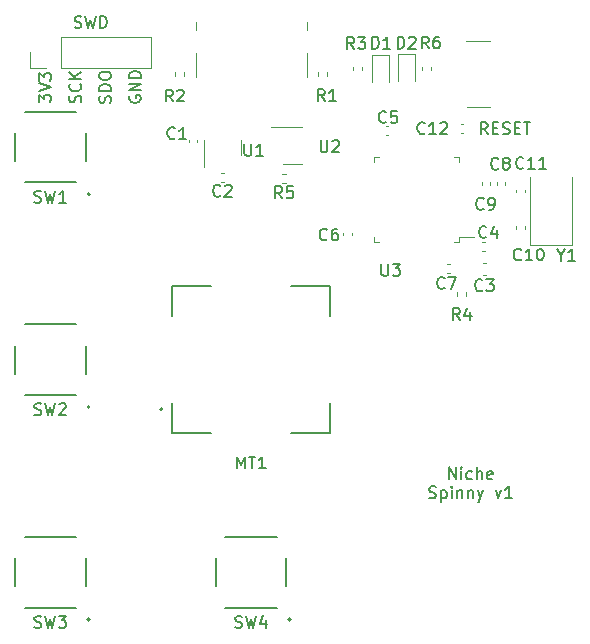
<source format=gto>
G04 #@! TF.GenerationSoftware,KiCad,Pcbnew,(6.0.6-0)*
G04 #@! TF.CreationDate,2022-07-24T17:39:20+01:00*
G04 #@! TF.ProjectId,Spinny,5370696e-6e79-42e6-9b69-6361645f7063,rev?*
G04 #@! TF.SameCoordinates,Original*
G04 #@! TF.FileFunction,Legend,Top*
G04 #@! TF.FilePolarity,Positive*
%FSLAX46Y46*%
G04 Gerber Fmt 4.6, Leading zero omitted, Abs format (unit mm)*
G04 Created by KiCad (PCBNEW (6.0.6-0)) date 2022-07-24 17:39:20*
%MOMM*%
%LPD*%
G01*
G04 APERTURE LIST*
%ADD10C,0.150000*%
%ADD11C,0.127000*%
%ADD12C,0.200000*%
%ADD13C,0.120000*%
G04 APERTURE END LIST*
D10*
X135072857Y-71874761D02*
X135215714Y-71922380D01*
X135453809Y-71922380D01*
X135549047Y-71874761D01*
X135596666Y-71827142D01*
X135644285Y-71731904D01*
X135644285Y-71636666D01*
X135596666Y-71541428D01*
X135549047Y-71493809D01*
X135453809Y-71446190D01*
X135263333Y-71398571D01*
X135168095Y-71350952D01*
X135120476Y-71303333D01*
X135072857Y-71208095D01*
X135072857Y-71112857D01*
X135120476Y-71017619D01*
X135168095Y-70970000D01*
X135263333Y-70922380D01*
X135501428Y-70922380D01*
X135644285Y-70970000D01*
X135977619Y-70922380D02*
X136215714Y-71922380D01*
X136406190Y-71208095D01*
X136596666Y-71922380D01*
X136834761Y-70922380D01*
X137215714Y-71922380D02*
X137215714Y-70922380D01*
X137453809Y-70922380D01*
X137596666Y-70970000D01*
X137691904Y-71065238D01*
X137739523Y-71160476D01*
X137787142Y-71350952D01*
X137787142Y-71493809D01*
X137739523Y-71684285D01*
X137691904Y-71779523D01*
X137596666Y-71874761D01*
X137453809Y-71922380D01*
X137215714Y-71922380D01*
X139730000Y-77671904D02*
X139682380Y-77767142D01*
X139682380Y-77910000D01*
X139730000Y-78052857D01*
X139825238Y-78148095D01*
X139920476Y-78195714D01*
X140110952Y-78243333D01*
X140253809Y-78243333D01*
X140444285Y-78195714D01*
X140539523Y-78148095D01*
X140634761Y-78052857D01*
X140682380Y-77910000D01*
X140682380Y-77814761D01*
X140634761Y-77671904D01*
X140587142Y-77624285D01*
X140253809Y-77624285D01*
X140253809Y-77814761D01*
X140682380Y-77195714D02*
X139682380Y-77195714D01*
X140682380Y-76624285D01*
X139682380Y-76624285D01*
X140682380Y-76148095D02*
X139682380Y-76148095D01*
X139682380Y-75910000D01*
X139730000Y-75767142D01*
X139825238Y-75671904D01*
X139920476Y-75624285D01*
X140110952Y-75576666D01*
X140253809Y-75576666D01*
X140444285Y-75624285D01*
X140539523Y-75671904D01*
X140634761Y-75767142D01*
X140682380Y-75910000D01*
X140682380Y-76148095D01*
X132052380Y-78178095D02*
X132052380Y-77559047D01*
X132433333Y-77892380D01*
X132433333Y-77749523D01*
X132480952Y-77654285D01*
X132528571Y-77606666D01*
X132623809Y-77559047D01*
X132861904Y-77559047D01*
X132957142Y-77606666D01*
X133004761Y-77654285D01*
X133052380Y-77749523D01*
X133052380Y-78035238D01*
X133004761Y-78130476D01*
X132957142Y-78178095D01*
X132052380Y-77273333D02*
X133052380Y-76940000D01*
X132052380Y-76606666D01*
X132052380Y-76368571D02*
X132052380Y-75749523D01*
X132433333Y-76082857D01*
X132433333Y-75940000D01*
X132480952Y-75844761D01*
X132528571Y-75797142D01*
X132623809Y-75749523D01*
X132861904Y-75749523D01*
X132957142Y-75797142D01*
X133004761Y-75844761D01*
X133052380Y-75940000D01*
X133052380Y-76225714D01*
X133004761Y-76320952D01*
X132957142Y-76368571D01*
X135564761Y-78225714D02*
X135612380Y-78082857D01*
X135612380Y-77844761D01*
X135564761Y-77749523D01*
X135517142Y-77701904D01*
X135421904Y-77654285D01*
X135326666Y-77654285D01*
X135231428Y-77701904D01*
X135183809Y-77749523D01*
X135136190Y-77844761D01*
X135088571Y-78035238D01*
X135040952Y-78130476D01*
X134993333Y-78178095D01*
X134898095Y-78225714D01*
X134802857Y-78225714D01*
X134707619Y-78178095D01*
X134660000Y-78130476D01*
X134612380Y-78035238D01*
X134612380Y-77797142D01*
X134660000Y-77654285D01*
X135517142Y-76654285D02*
X135564761Y-76701904D01*
X135612380Y-76844761D01*
X135612380Y-76940000D01*
X135564761Y-77082857D01*
X135469523Y-77178095D01*
X135374285Y-77225714D01*
X135183809Y-77273333D01*
X135040952Y-77273333D01*
X134850476Y-77225714D01*
X134755238Y-77178095D01*
X134660000Y-77082857D01*
X134612380Y-76940000D01*
X134612380Y-76844761D01*
X134660000Y-76701904D01*
X134707619Y-76654285D01*
X135612380Y-76225714D02*
X134612380Y-76225714D01*
X135612380Y-75654285D02*
X135040952Y-76082857D01*
X134612380Y-75654285D02*
X135183809Y-76225714D01*
X138094761Y-78249523D02*
X138142380Y-78106666D01*
X138142380Y-77868571D01*
X138094761Y-77773333D01*
X138047142Y-77725714D01*
X137951904Y-77678095D01*
X137856666Y-77678095D01*
X137761428Y-77725714D01*
X137713809Y-77773333D01*
X137666190Y-77868571D01*
X137618571Y-78059047D01*
X137570952Y-78154285D01*
X137523333Y-78201904D01*
X137428095Y-78249523D01*
X137332857Y-78249523D01*
X137237619Y-78201904D01*
X137190000Y-78154285D01*
X137142380Y-78059047D01*
X137142380Y-77820952D01*
X137190000Y-77678095D01*
X138142380Y-77249523D02*
X137142380Y-77249523D01*
X137142380Y-77011428D01*
X137190000Y-76868571D01*
X137285238Y-76773333D01*
X137380476Y-76725714D01*
X137570952Y-76678095D01*
X137713809Y-76678095D01*
X137904285Y-76725714D01*
X137999523Y-76773333D01*
X138094761Y-76868571D01*
X138142380Y-77011428D01*
X138142380Y-77249523D01*
X137142380Y-76059047D02*
X137142380Y-75868571D01*
X137190000Y-75773333D01*
X137285238Y-75678095D01*
X137475714Y-75630476D01*
X137809047Y-75630476D01*
X137999523Y-75678095D01*
X138094761Y-75773333D01*
X138142380Y-75868571D01*
X138142380Y-76059047D01*
X138094761Y-76154285D01*
X137999523Y-76249523D01*
X137809047Y-76297142D01*
X137475714Y-76297142D01*
X137285238Y-76249523D01*
X137190000Y-76154285D01*
X137142380Y-76059047D01*
X166756666Y-110127380D02*
X166756666Y-109127380D01*
X167328095Y-110127380D01*
X167328095Y-109127380D01*
X167804285Y-110127380D02*
X167804285Y-109460714D01*
X167804285Y-109127380D02*
X167756666Y-109175000D01*
X167804285Y-109222619D01*
X167851904Y-109175000D01*
X167804285Y-109127380D01*
X167804285Y-109222619D01*
X168709047Y-110079761D02*
X168613809Y-110127380D01*
X168423333Y-110127380D01*
X168328095Y-110079761D01*
X168280476Y-110032142D01*
X168232857Y-109936904D01*
X168232857Y-109651190D01*
X168280476Y-109555952D01*
X168328095Y-109508333D01*
X168423333Y-109460714D01*
X168613809Y-109460714D01*
X168709047Y-109508333D01*
X169137619Y-110127380D02*
X169137619Y-109127380D01*
X169566190Y-110127380D02*
X169566190Y-109603571D01*
X169518571Y-109508333D01*
X169423333Y-109460714D01*
X169280476Y-109460714D01*
X169185238Y-109508333D01*
X169137619Y-109555952D01*
X170423333Y-110079761D02*
X170328095Y-110127380D01*
X170137619Y-110127380D01*
X170042380Y-110079761D01*
X169994761Y-109984523D01*
X169994761Y-109603571D01*
X170042380Y-109508333D01*
X170137619Y-109460714D01*
X170328095Y-109460714D01*
X170423333Y-109508333D01*
X170470952Y-109603571D01*
X170470952Y-109698809D01*
X169994761Y-109794047D01*
X165090000Y-111689761D02*
X165232857Y-111737380D01*
X165470952Y-111737380D01*
X165566190Y-111689761D01*
X165613809Y-111642142D01*
X165661428Y-111546904D01*
X165661428Y-111451666D01*
X165613809Y-111356428D01*
X165566190Y-111308809D01*
X165470952Y-111261190D01*
X165280476Y-111213571D01*
X165185238Y-111165952D01*
X165137619Y-111118333D01*
X165090000Y-111023095D01*
X165090000Y-110927857D01*
X165137619Y-110832619D01*
X165185238Y-110785000D01*
X165280476Y-110737380D01*
X165518571Y-110737380D01*
X165661428Y-110785000D01*
X166090000Y-111070714D02*
X166090000Y-112070714D01*
X166090000Y-111118333D02*
X166185238Y-111070714D01*
X166375714Y-111070714D01*
X166470952Y-111118333D01*
X166518571Y-111165952D01*
X166566190Y-111261190D01*
X166566190Y-111546904D01*
X166518571Y-111642142D01*
X166470952Y-111689761D01*
X166375714Y-111737380D01*
X166185238Y-111737380D01*
X166090000Y-111689761D01*
X166994761Y-111737380D02*
X166994761Y-111070714D01*
X166994761Y-110737380D02*
X166947142Y-110785000D01*
X166994761Y-110832619D01*
X167042380Y-110785000D01*
X166994761Y-110737380D01*
X166994761Y-110832619D01*
X167470952Y-111070714D02*
X167470952Y-111737380D01*
X167470952Y-111165952D02*
X167518571Y-111118333D01*
X167613809Y-111070714D01*
X167756666Y-111070714D01*
X167851904Y-111118333D01*
X167899523Y-111213571D01*
X167899523Y-111737380D01*
X168375714Y-111070714D02*
X168375714Y-111737380D01*
X168375714Y-111165952D02*
X168423333Y-111118333D01*
X168518571Y-111070714D01*
X168661428Y-111070714D01*
X168756666Y-111118333D01*
X168804285Y-111213571D01*
X168804285Y-111737380D01*
X169185238Y-111070714D02*
X169423333Y-111737380D01*
X169661428Y-111070714D02*
X169423333Y-111737380D01*
X169328095Y-111975476D01*
X169280476Y-112023095D01*
X169185238Y-112070714D01*
X170709047Y-111070714D02*
X170947142Y-111737380D01*
X171185238Y-111070714D01*
X172090000Y-111737380D02*
X171518571Y-111737380D01*
X171804285Y-111737380D02*
X171804285Y-110737380D01*
X171709047Y-110880238D01*
X171613809Y-110975476D01*
X171518571Y-111023095D01*
X170027619Y-80912380D02*
X169694285Y-80436190D01*
X169456190Y-80912380D02*
X169456190Y-79912380D01*
X169837142Y-79912380D01*
X169932380Y-79960000D01*
X169980000Y-80007619D01*
X170027619Y-80102857D01*
X170027619Y-80245714D01*
X169980000Y-80340952D01*
X169932380Y-80388571D01*
X169837142Y-80436190D01*
X169456190Y-80436190D01*
X170456190Y-80388571D02*
X170789523Y-80388571D01*
X170932380Y-80912380D02*
X170456190Y-80912380D01*
X170456190Y-79912380D01*
X170932380Y-79912380D01*
X171313333Y-80864761D02*
X171456190Y-80912380D01*
X171694285Y-80912380D01*
X171789523Y-80864761D01*
X171837142Y-80817142D01*
X171884761Y-80721904D01*
X171884761Y-80626666D01*
X171837142Y-80531428D01*
X171789523Y-80483809D01*
X171694285Y-80436190D01*
X171503809Y-80388571D01*
X171408571Y-80340952D01*
X171360952Y-80293333D01*
X171313333Y-80198095D01*
X171313333Y-80102857D01*
X171360952Y-80007619D01*
X171408571Y-79960000D01*
X171503809Y-79912380D01*
X171741904Y-79912380D01*
X171884761Y-79960000D01*
X172313333Y-80388571D02*
X172646666Y-80388571D01*
X172789523Y-80912380D02*
X172313333Y-80912380D01*
X172313333Y-79912380D01*
X172789523Y-79912380D01*
X173075238Y-79912380D02*
X173646666Y-79912380D01*
X173360952Y-80912380D02*
X173360952Y-79912380D01*
G04 #@! TO.C,SW2*
X131666666Y-104654761D02*
X131809523Y-104702380D01*
X132047619Y-104702380D01*
X132142857Y-104654761D01*
X132190476Y-104607142D01*
X132238095Y-104511904D01*
X132238095Y-104416666D01*
X132190476Y-104321428D01*
X132142857Y-104273809D01*
X132047619Y-104226190D01*
X131857142Y-104178571D01*
X131761904Y-104130952D01*
X131714285Y-104083333D01*
X131666666Y-103988095D01*
X131666666Y-103892857D01*
X131714285Y-103797619D01*
X131761904Y-103750000D01*
X131857142Y-103702380D01*
X132095238Y-103702380D01*
X132238095Y-103750000D01*
X132571428Y-103702380D02*
X132809523Y-104702380D01*
X133000000Y-103988095D01*
X133190476Y-104702380D01*
X133428571Y-103702380D01*
X133761904Y-103797619D02*
X133809523Y-103750000D01*
X133904761Y-103702380D01*
X134142857Y-103702380D01*
X134238095Y-103750000D01*
X134285714Y-103797619D01*
X134333333Y-103892857D01*
X134333333Y-103988095D01*
X134285714Y-104130952D01*
X133714285Y-104702380D01*
X134333333Y-104702380D01*
G04 #@! TO.C,D1*
X160261904Y-73667380D02*
X160261904Y-72667380D01*
X160500000Y-72667380D01*
X160642857Y-72715000D01*
X160738095Y-72810238D01*
X160785714Y-72905476D01*
X160833333Y-73095952D01*
X160833333Y-73238809D01*
X160785714Y-73429285D01*
X160738095Y-73524523D01*
X160642857Y-73619761D01*
X160500000Y-73667380D01*
X160261904Y-73667380D01*
X161785714Y-73667380D02*
X161214285Y-73667380D01*
X161500000Y-73667380D02*
X161500000Y-72667380D01*
X161404761Y-72810238D01*
X161309523Y-72905476D01*
X161214285Y-72953095D01*
G04 #@! TO.C,SW3*
X131666666Y-122654761D02*
X131809523Y-122702380D01*
X132047619Y-122702380D01*
X132142857Y-122654761D01*
X132190476Y-122607142D01*
X132238095Y-122511904D01*
X132238095Y-122416666D01*
X132190476Y-122321428D01*
X132142857Y-122273809D01*
X132047619Y-122226190D01*
X131857142Y-122178571D01*
X131761904Y-122130952D01*
X131714285Y-122083333D01*
X131666666Y-121988095D01*
X131666666Y-121892857D01*
X131714285Y-121797619D01*
X131761904Y-121750000D01*
X131857142Y-121702380D01*
X132095238Y-121702380D01*
X132238095Y-121750000D01*
X132571428Y-121702380D02*
X132809523Y-122702380D01*
X133000000Y-121988095D01*
X133190476Y-122702380D01*
X133428571Y-121702380D01*
X133714285Y-121702380D02*
X134333333Y-121702380D01*
X134000000Y-122083333D01*
X134142857Y-122083333D01*
X134238095Y-122130952D01*
X134285714Y-122178571D01*
X134333333Y-122273809D01*
X134333333Y-122511904D01*
X134285714Y-122607142D01*
X134238095Y-122654761D01*
X134142857Y-122702380D01*
X133857142Y-122702380D01*
X133761904Y-122654761D01*
X133714285Y-122607142D01*
G04 #@! TO.C,R4*
X167683333Y-96652380D02*
X167350000Y-96176190D01*
X167111904Y-96652380D02*
X167111904Y-95652380D01*
X167492857Y-95652380D01*
X167588095Y-95700000D01*
X167635714Y-95747619D01*
X167683333Y-95842857D01*
X167683333Y-95985714D01*
X167635714Y-96080952D01*
X167588095Y-96128571D01*
X167492857Y-96176190D01*
X167111904Y-96176190D01*
X168540476Y-95985714D02*
X168540476Y-96652380D01*
X168302380Y-95604761D02*
X168064285Y-96319047D01*
X168683333Y-96319047D01*
G04 #@! TO.C,C5*
X161433333Y-79857142D02*
X161385714Y-79904761D01*
X161242857Y-79952380D01*
X161147619Y-79952380D01*
X161004761Y-79904761D01*
X160909523Y-79809523D01*
X160861904Y-79714285D01*
X160814285Y-79523809D01*
X160814285Y-79380952D01*
X160861904Y-79190476D01*
X160909523Y-79095238D01*
X161004761Y-79000000D01*
X161147619Y-78952380D01*
X161242857Y-78952380D01*
X161385714Y-79000000D01*
X161433333Y-79047619D01*
X162338095Y-78952380D02*
X161861904Y-78952380D01*
X161814285Y-79428571D01*
X161861904Y-79380952D01*
X161957142Y-79333333D01*
X162195238Y-79333333D01*
X162290476Y-79380952D01*
X162338095Y-79428571D01*
X162385714Y-79523809D01*
X162385714Y-79761904D01*
X162338095Y-79857142D01*
X162290476Y-79904761D01*
X162195238Y-79952380D01*
X161957142Y-79952380D01*
X161861904Y-79904761D01*
X161814285Y-79857142D01*
G04 #@! TO.C,C12*
X164707142Y-80807142D02*
X164659523Y-80854761D01*
X164516666Y-80902380D01*
X164421428Y-80902380D01*
X164278571Y-80854761D01*
X164183333Y-80759523D01*
X164135714Y-80664285D01*
X164088095Y-80473809D01*
X164088095Y-80330952D01*
X164135714Y-80140476D01*
X164183333Y-80045238D01*
X164278571Y-79950000D01*
X164421428Y-79902380D01*
X164516666Y-79902380D01*
X164659523Y-79950000D01*
X164707142Y-79997619D01*
X165659523Y-80902380D02*
X165088095Y-80902380D01*
X165373809Y-80902380D02*
X165373809Y-79902380D01*
X165278571Y-80045238D01*
X165183333Y-80140476D01*
X165088095Y-80188095D01*
X166040476Y-79997619D02*
X166088095Y-79950000D01*
X166183333Y-79902380D01*
X166421428Y-79902380D01*
X166516666Y-79950000D01*
X166564285Y-79997619D01*
X166611904Y-80092857D01*
X166611904Y-80188095D01*
X166564285Y-80330952D01*
X165992857Y-80902380D01*
X166611904Y-80902380D01*
G04 #@! TO.C,MT1*
X148799523Y-109212380D02*
X148799523Y-108212380D01*
X149132857Y-108926666D01*
X149466190Y-108212380D01*
X149466190Y-109212380D01*
X149799523Y-108212380D02*
X150370952Y-108212380D01*
X150085238Y-109212380D02*
X150085238Y-108212380D01*
X151228095Y-109212380D02*
X150656666Y-109212380D01*
X150942380Y-109212380D02*
X150942380Y-108212380D01*
X150847142Y-108355238D01*
X150751904Y-108450476D01*
X150656666Y-108498095D01*
G04 #@! TO.C,Y1*
X176233809Y-91146190D02*
X176233809Y-91622380D01*
X175900476Y-90622380D02*
X176233809Y-91146190D01*
X176567142Y-90622380D01*
X177424285Y-91622380D02*
X176852857Y-91622380D01*
X177138571Y-91622380D02*
X177138571Y-90622380D01*
X177043333Y-90765238D01*
X176948095Y-90860476D01*
X176852857Y-90908095D01*
G04 #@! TO.C,SW1*
X131666666Y-86654761D02*
X131809523Y-86702380D01*
X132047619Y-86702380D01*
X132142857Y-86654761D01*
X132190476Y-86607142D01*
X132238095Y-86511904D01*
X132238095Y-86416666D01*
X132190476Y-86321428D01*
X132142857Y-86273809D01*
X132047619Y-86226190D01*
X131857142Y-86178571D01*
X131761904Y-86130952D01*
X131714285Y-86083333D01*
X131666666Y-85988095D01*
X131666666Y-85892857D01*
X131714285Y-85797619D01*
X131761904Y-85750000D01*
X131857142Y-85702380D01*
X132095238Y-85702380D01*
X132238095Y-85750000D01*
X132571428Y-85702380D02*
X132809523Y-86702380D01*
X133000000Y-85988095D01*
X133190476Y-86702380D01*
X133428571Y-85702380D01*
X134333333Y-86702380D02*
X133761904Y-86702380D01*
X134047619Y-86702380D02*
X134047619Y-85702380D01*
X133952380Y-85845238D01*
X133857142Y-85940476D01*
X133761904Y-85988095D01*
G04 #@! TO.C,U3*
X161038095Y-91902380D02*
X161038095Y-92711904D01*
X161085714Y-92807142D01*
X161133333Y-92854761D01*
X161228571Y-92902380D01*
X161419047Y-92902380D01*
X161514285Y-92854761D01*
X161561904Y-92807142D01*
X161609523Y-92711904D01*
X161609523Y-91902380D01*
X161990476Y-91902380D02*
X162609523Y-91902380D01*
X162276190Y-92283333D01*
X162419047Y-92283333D01*
X162514285Y-92330952D01*
X162561904Y-92378571D01*
X162609523Y-92473809D01*
X162609523Y-92711904D01*
X162561904Y-92807142D01*
X162514285Y-92854761D01*
X162419047Y-92902380D01*
X162133333Y-92902380D01*
X162038095Y-92854761D01*
X161990476Y-92807142D01*
G04 #@! TO.C,U1*
X149438095Y-81732380D02*
X149438095Y-82541904D01*
X149485714Y-82637142D01*
X149533333Y-82684761D01*
X149628571Y-82732380D01*
X149819047Y-82732380D01*
X149914285Y-82684761D01*
X149961904Y-82637142D01*
X150009523Y-82541904D01*
X150009523Y-81732380D01*
X151009523Y-82732380D02*
X150438095Y-82732380D01*
X150723809Y-82732380D02*
X150723809Y-81732380D01*
X150628571Y-81875238D01*
X150533333Y-81970476D01*
X150438095Y-82018095D01*
G04 #@! TO.C,C7*
X166383333Y-93907142D02*
X166335714Y-93954761D01*
X166192857Y-94002380D01*
X166097619Y-94002380D01*
X165954761Y-93954761D01*
X165859523Y-93859523D01*
X165811904Y-93764285D01*
X165764285Y-93573809D01*
X165764285Y-93430952D01*
X165811904Y-93240476D01*
X165859523Y-93145238D01*
X165954761Y-93050000D01*
X166097619Y-93002380D01*
X166192857Y-93002380D01*
X166335714Y-93050000D01*
X166383333Y-93097619D01*
X166716666Y-93002380D02*
X167383333Y-93002380D01*
X166954761Y-94002380D01*
G04 #@! TO.C,R6*
X165033333Y-73652380D02*
X164700000Y-73176190D01*
X164461904Y-73652380D02*
X164461904Y-72652380D01*
X164842857Y-72652380D01*
X164938095Y-72700000D01*
X164985714Y-72747619D01*
X165033333Y-72842857D01*
X165033333Y-72985714D01*
X164985714Y-73080952D01*
X164938095Y-73128571D01*
X164842857Y-73176190D01*
X164461904Y-73176190D01*
X165890476Y-72652380D02*
X165700000Y-72652380D01*
X165604761Y-72700000D01*
X165557142Y-72747619D01*
X165461904Y-72890476D01*
X165414285Y-73080952D01*
X165414285Y-73461904D01*
X165461904Y-73557142D01*
X165509523Y-73604761D01*
X165604761Y-73652380D01*
X165795238Y-73652380D01*
X165890476Y-73604761D01*
X165938095Y-73557142D01*
X165985714Y-73461904D01*
X165985714Y-73223809D01*
X165938095Y-73128571D01*
X165890476Y-73080952D01*
X165795238Y-73033333D01*
X165604761Y-73033333D01*
X165509523Y-73080952D01*
X165461904Y-73128571D01*
X165414285Y-73223809D01*
G04 #@! TO.C,C4*
X169933333Y-89607142D02*
X169885714Y-89654761D01*
X169742857Y-89702380D01*
X169647619Y-89702380D01*
X169504761Y-89654761D01*
X169409523Y-89559523D01*
X169361904Y-89464285D01*
X169314285Y-89273809D01*
X169314285Y-89130952D01*
X169361904Y-88940476D01*
X169409523Y-88845238D01*
X169504761Y-88750000D01*
X169647619Y-88702380D01*
X169742857Y-88702380D01*
X169885714Y-88750000D01*
X169933333Y-88797619D01*
X170790476Y-89035714D02*
X170790476Y-89702380D01*
X170552380Y-88654761D02*
X170314285Y-89369047D01*
X170933333Y-89369047D01*
G04 #@! TO.C,D2*
X162411904Y-73667380D02*
X162411904Y-72667380D01*
X162650000Y-72667380D01*
X162792857Y-72715000D01*
X162888095Y-72810238D01*
X162935714Y-72905476D01*
X162983333Y-73095952D01*
X162983333Y-73238809D01*
X162935714Y-73429285D01*
X162888095Y-73524523D01*
X162792857Y-73619761D01*
X162650000Y-73667380D01*
X162411904Y-73667380D01*
X163364285Y-72762619D02*
X163411904Y-72715000D01*
X163507142Y-72667380D01*
X163745238Y-72667380D01*
X163840476Y-72715000D01*
X163888095Y-72762619D01*
X163935714Y-72857857D01*
X163935714Y-72953095D01*
X163888095Y-73095952D01*
X163316666Y-73667380D01*
X163935714Y-73667380D01*
G04 #@! TO.C,C8*
X170933333Y-83807142D02*
X170885714Y-83854761D01*
X170742857Y-83902380D01*
X170647619Y-83902380D01*
X170504761Y-83854761D01*
X170409523Y-83759523D01*
X170361904Y-83664285D01*
X170314285Y-83473809D01*
X170314285Y-83330952D01*
X170361904Y-83140476D01*
X170409523Y-83045238D01*
X170504761Y-82950000D01*
X170647619Y-82902380D01*
X170742857Y-82902380D01*
X170885714Y-82950000D01*
X170933333Y-82997619D01*
X171504761Y-83330952D02*
X171409523Y-83283333D01*
X171361904Y-83235714D01*
X171314285Y-83140476D01*
X171314285Y-83092857D01*
X171361904Y-82997619D01*
X171409523Y-82950000D01*
X171504761Y-82902380D01*
X171695238Y-82902380D01*
X171790476Y-82950000D01*
X171838095Y-82997619D01*
X171885714Y-83092857D01*
X171885714Y-83140476D01*
X171838095Y-83235714D01*
X171790476Y-83283333D01*
X171695238Y-83330952D01*
X171504761Y-83330952D01*
X171409523Y-83378571D01*
X171361904Y-83426190D01*
X171314285Y-83521428D01*
X171314285Y-83711904D01*
X171361904Y-83807142D01*
X171409523Y-83854761D01*
X171504761Y-83902380D01*
X171695238Y-83902380D01*
X171790476Y-83854761D01*
X171838095Y-83807142D01*
X171885714Y-83711904D01*
X171885714Y-83521428D01*
X171838095Y-83426190D01*
X171790476Y-83378571D01*
X171695238Y-83330952D01*
G04 #@! TO.C,C10*
X172867142Y-91507142D02*
X172819523Y-91554761D01*
X172676666Y-91602380D01*
X172581428Y-91602380D01*
X172438571Y-91554761D01*
X172343333Y-91459523D01*
X172295714Y-91364285D01*
X172248095Y-91173809D01*
X172248095Y-91030952D01*
X172295714Y-90840476D01*
X172343333Y-90745238D01*
X172438571Y-90650000D01*
X172581428Y-90602380D01*
X172676666Y-90602380D01*
X172819523Y-90650000D01*
X172867142Y-90697619D01*
X173819523Y-91602380D02*
X173248095Y-91602380D01*
X173533809Y-91602380D02*
X173533809Y-90602380D01*
X173438571Y-90745238D01*
X173343333Y-90840476D01*
X173248095Y-90888095D01*
X174438571Y-90602380D02*
X174533809Y-90602380D01*
X174629047Y-90650000D01*
X174676666Y-90697619D01*
X174724285Y-90792857D01*
X174771904Y-90983333D01*
X174771904Y-91221428D01*
X174724285Y-91411904D01*
X174676666Y-91507142D01*
X174629047Y-91554761D01*
X174533809Y-91602380D01*
X174438571Y-91602380D01*
X174343333Y-91554761D01*
X174295714Y-91507142D01*
X174248095Y-91411904D01*
X174200476Y-91221428D01*
X174200476Y-90983333D01*
X174248095Y-90792857D01*
X174295714Y-90697619D01*
X174343333Y-90650000D01*
X174438571Y-90602380D01*
G04 #@! TO.C,C1*
X143543333Y-81237142D02*
X143495714Y-81284761D01*
X143352857Y-81332380D01*
X143257619Y-81332380D01*
X143114761Y-81284761D01*
X143019523Y-81189523D01*
X142971904Y-81094285D01*
X142924285Y-80903809D01*
X142924285Y-80760952D01*
X142971904Y-80570476D01*
X143019523Y-80475238D01*
X143114761Y-80380000D01*
X143257619Y-80332380D01*
X143352857Y-80332380D01*
X143495714Y-80380000D01*
X143543333Y-80427619D01*
X144495714Y-81332380D02*
X143924285Y-81332380D01*
X144210000Y-81332380D02*
X144210000Y-80332380D01*
X144114761Y-80475238D01*
X144019523Y-80570476D01*
X143924285Y-80618095D01*
G04 #@! TO.C,R1*
X156233333Y-78112380D02*
X155900000Y-77636190D01*
X155661904Y-78112380D02*
X155661904Y-77112380D01*
X156042857Y-77112380D01*
X156138095Y-77160000D01*
X156185714Y-77207619D01*
X156233333Y-77302857D01*
X156233333Y-77445714D01*
X156185714Y-77540952D01*
X156138095Y-77588571D01*
X156042857Y-77636190D01*
X155661904Y-77636190D01*
X157185714Y-78112380D02*
X156614285Y-78112380D01*
X156900000Y-78112380D02*
X156900000Y-77112380D01*
X156804761Y-77255238D01*
X156709523Y-77350476D01*
X156614285Y-77398095D01*
G04 #@! TO.C,R3*
X158733333Y-73702380D02*
X158400000Y-73226190D01*
X158161904Y-73702380D02*
X158161904Y-72702380D01*
X158542857Y-72702380D01*
X158638095Y-72750000D01*
X158685714Y-72797619D01*
X158733333Y-72892857D01*
X158733333Y-73035714D01*
X158685714Y-73130952D01*
X158638095Y-73178571D01*
X158542857Y-73226190D01*
X158161904Y-73226190D01*
X159066666Y-72702380D02*
X159685714Y-72702380D01*
X159352380Y-73083333D01*
X159495238Y-73083333D01*
X159590476Y-73130952D01*
X159638095Y-73178571D01*
X159685714Y-73273809D01*
X159685714Y-73511904D01*
X159638095Y-73607142D01*
X159590476Y-73654761D01*
X159495238Y-73702380D01*
X159209523Y-73702380D01*
X159114285Y-73654761D01*
X159066666Y-73607142D01*
G04 #@! TO.C,C11*
X173067142Y-83757142D02*
X173019523Y-83804761D01*
X172876666Y-83852380D01*
X172781428Y-83852380D01*
X172638571Y-83804761D01*
X172543333Y-83709523D01*
X172495714Y-83614285D01*
X172448095Y-83423809D01*
X172448095Y-83280952D01*
X172495714Y-83090476D01*
X172543333Y-82995238D01*
X172638571Y-82900000D01*
X172781428Y-82852380D01*
X172876666Y-82852380D01*
X173019523Y-82900000D01*
X173067142Y-82947619D01*
X174019523Y-83852380D02*
X173448095Y-83852380D01*
X173733809Y-83852380D02*
X173733809Y-82852380D01*
X173638571Y-82995238D01*
X173543333Y-83090476D01*
X173448095Y-83138095D01*
X174971904Y-83852380D02*
X174400476Y-83852380D01*
X174686190Y-83852380D02*
X174686190Y-82852380D01*
X174590952Y-82995238D01*
X174495714Y-83090476D01*
X174400476Y-83138095D01*
G04 #@! TO.C,R5*
X152643333Y-86332380D02*
X152310000Y-85856190D01*
X152071904Y-86332380D02*
X152071904Y-85332380D01*
X152452857Y-85332380D01*
X152548095Y-85380000D01*
X152595714Y-85427619D01*
X152643333Y-85522857D01*
X152643333Y-85665714D01*
X152595714Y-85760952D01*
X152548095Y-85808571D01*
X152452857Y-85856190D01*
X152071904Y-85856190D01*
X153548095Y-85332380D02*
X153071904Y-85332380D01*
X153024285Y-85808571D01*
X153071904Y-85760952D01*
X153167142Y-85713333D01*
X153405238Y-85713333D01*
X153500476Y-85760952D01*
X153548095Y-85808571D01*
X153595714Y-85903809D01*
X153595714Y-86141904D01*
X153548095Y-86237142D01*
X153500476Y-86284761D01*
X153405238Y-86332380D01*
X153167142Y-86332380D01*
X153071904Y-86284761D01*
X153024285Y-86237142D01*
G04 #@! TO.C,C3*
X169583333Y-94107142D02*
X169535714Y-94154761D01*
X169392857Y-94202380D01*
X169297619Y-94202380D01*
X169154761Y-94154761D01*
X169059523Y-94059523D01*
X169011904Y-93964285D01*
X168964285Y-93773809D01*
X168964285Y-93630952D01*
X169011904Y-93440476D01*
X169059523Y-93345238D01*
X169154761Y-93250000D01*
X169297619Y-93202380D01*
X169392857Y-93202380D01*
X169535714Y-93250000D01*
X169583333Y-93297619D01*
X169916666Y-93202380D02*
X170535714Y-93202380D01*
X170202380Y-93583333D01*
X170345238Y-93583333D01*
X170440476Y-93630952D01*
X170488095Y-93678571D01*
X170535714Y-93773809D01*
X170535714Y-94011904D01*
X170488095Y-94107142D01*
X170440476Y-94154761D01*
X170345238Y-94202380D01*
X170059523Y-94202380D01*
X169964285Y-94154761D01*
X169916666Y-94107142D01*
G04 #@! TO.C,R2*
X143373333Y-78142380D02*
X143040000Y-77666190D01*
X142801904Y-78142380D02*
X142801904Y-77142380D01*
X143182857Y-77142380D01*
X143278095Y-77190000D01*
X143325714Y-77237619D01*
X143373333Y-77332857D01*
X143373333Y-77475714D01*
X143325714Y-77570952D01*
X143278095Y-77618571D01*
X143182857Y-77666190D01*
X142801904Y-77666190D01*
X143754285Y-77237619D02*
X143801904Y-77190000D01*
X143897142Y-77142380D01*
X144135238Y-77142380D01*
X144230476Y-77190000D01*
X144278095Y-77237619D01*
X144325714Y-77332857D01*
X144325714Y-77428095D01*
X144278095Y-77570952D01*
X143706666Y-78142380D01*
X144325714Y-78142380D01*
G04 #@! TO.C,C6*
X156433333Y-89807142D02*
X156385714Y-89854761D01*
X156242857Y-89902380D01*
X156147619Y-89902380D01*
X156004761Y-89854761D01*
X155909523Y-89759523D01*
X155861904Y-89664285D01*
X155814285Y-89473809D01*
X155814285Y-89330952D01*
X155861904Y-89140476D01*
X155909523Y-89045238D01*
X156004761Y-88950000D01*
X156147619Y-88902380D01*
X156242857Y-88902380D01*
X156385714Y-88950000D01*
X156433333Y-88997619D01*
X157290476Y-88902380D02*
X157100000Y-88902380D01*
X157004761Y-88950000D01*
X156957142Y-88997619D01*
X156861904Y-89140476D01*
X156814285Y-89330952D01*
X156814285Y-89711904D01*
X156861904Y-89807142D01*
X156909523Y-89854761D01*
X157004761Y-89902380D01*
X157195238Y-89902380D01*
X157290476Y-89854761D01*
X157338095Y-89807142D01*
X157385714Y-89711904D01*
X157385714Y-89473809D01*
X157338095Y-89378571D01*
X157290476Y-89330952D01*
X157195238Y-89283333D01*
X157004761Y-89283333D01*
X156909523Y-89330952D01*
X156861904Y-89378571D01*
X156814285Y-89473809D01*
G04 #@! TO.C,U2*
X155895595Y-81432380D02*
X155895595Y-82241904D01*
X155943214Y-82337142D01*
X155990833Y-82384761D01*
X156086071Y-82432380D01*
X156276547Y-82432380D01*
X156371785Y-82384761D01*
X156419404Y-82337142D01*
X156467023Y-82241904D01*
X156467023Y-81432380D01*
X156895595Y-81527619D02*
X156943214Y-81480000D01*
X157038452Y-81432380D01*
X157276547Y-81432380D01*
X157371785Y-81480000D01*
X157419404Y-81527619D01*
X157467023Y-81622857D01*
X157467023Y-81718095D01*
X157419404Y-81860952D01*
X156847976Y-82432380D01*
X157467023Y-82432380D01*
G04 #@! TO.C,C9*
X169683333Y-87207142D02*
X169635714Y-87254761D01*
X169492857Y-87302380D01*
X169397619Y-87302380D01*
X169254761Y-87254761D01*
X169159523Y-87159523D01*
X169111904Y-87064285D01*
X169064285Y-86873809D01*
X169064285Y-86730952D01*
X169111904Y-86540476D01*
X169159523Y-86445238D01*
X169254761Y-86350000D01*
X169397619Y-86302380D01*
X169492857Y-86302380D01*
X169635714Y-86350000D01*
X169683333Y-86397619D01*
X170159523Y-87302380D02*
X170350000Y-87302380D01*
X170445238Y-87254761D01*
X170492857Y-87207142D01*
X170588095Y-87064285D01*
X170635714Y-86873809D01*
X170635714Y-86492857D01*
X170588095Y-86397619D01*
X170540476Y-86350000D01*
X170445238Y-86302380D01*
X170254761Y-86302380D01*
X170159523Y-86350000D01*
X170111904Y-86397619D01*
X170064285Y-86492857D01*
X170064285Y-86730952D01*
X170111904Y-86826190D01*
X170159523Y-86873809D01*
X170254761Y-86921428D01*
X170445238Y-86921428D01*
X170540476Y-86873809D01*
X170588095Y-86826190D01*
X170635714Y-86730952D01*
G04 #@! TO.C,C2*
X147413333Y-86097142D02*
X147365714Y-86144761D01*
X147222857Y-86192380D01*
X147127619Y-86192380D01*
X146984761Y-86144761D01*
X146889523Y-86049523D01*
X146841904Y-85954285D01*
X146794285Y-85763809D01*
X146794285Y-85620952D01*
X146841904Y-85430476D01*
X146889523Y-85335238D01*
X146984761Y-85240000D01*
X147127619Y-85192380D01*
X147222857Y-85192380D01*
X147365714Y-85240000D01*
X147413333Y-85287619D01*
X147794285Y-85287619D02*
X147841904Y-85240000D01*
X147937142Y-85192380D01*
X148175238Y-85192380D01*
X148270476Y-85240000D01*
X148318095Y-85287619D01*
X148365714Y-85382857D01*
X148365714Y-85478095D01*
X148318095Y-85620952D01*
X147746666Y-86192380D01*
X148365714Y-86192380D01*
G04 #@! TO.C,SW4*
X148666666Y-122654761D02*
X148809523Y-122702380D01*
X149047619Y-122702380D01*
X149142857Y-122654761D01*
X149190476Y-122607142D01*
X149238095Y-122511904D01*
X149238095Y-122416666D01*
X149190476Y-122321428D01*
X149142857Y-122273809D01*
X149047619Y-122226190D01*
X148857142Y-122178571D01*
X148761904Y-122130952D01*
X148714285Y-122083333D01*
X148666666Y-121988095D01*
X148666666Y-121892857D01*
X148714285Y-121797619D01*
X148761904Y-121750000D01*
X148857142Y-121702380D01*
X149095238Y-121702380D01*
X149238095Y-121750000D01*
X149571428Y-121702380D02*
X149809523Y-122702380D01*
X150000000Y-121988095D01*
X150190476Y-122702380D01*
X150428571Y-121702380D01*
X151238095Y-122035714D02*
X151238095Y-122702380D01*
X151000000Y-121654761D02*
X150761904Y-122369047D01*
X151380952Y-122369047D01*
D11*
G04 #@! TO.C,SW2*
X135176000Y-103000000D02*
X130824000Y-103000000D01*
X136000000Y-101176000D02*
X136000000Y-98824000D01*
X135176000Y-97000000D02*
X130824000Y-97000000D01*
X130000000Y-101176000D02*
X130000000Y-98824000D01*
D12*
X136350000Y-104004000D02*
G75*
G03*
X136350000Y-104004000I-100000J0D01*
G01*
D13*
G04 #@! TO.C,D1*
X161685000Y-74180000D02*
X160215000Y-74180000D01*
X160215000Y-74180000D02*
X160215000Y-76465000D01*
X161685000Y-76465000D02*
X161685000Y-74180000D01*
D11*
G04 #@! TO.C,SW3*
X135176000Y-121000000D02*
X130824000Y-121000000D01*
X130000000Y-119176000D02*
X130000000Y-116824000D01*
X136000000Y-119176000D02*
X136000000Y-116824000D01*
X135176000Y-115000000D02*
X130824000Y-115000000D01*
D12*
X136350000Y-122004000D02*
G75*
G03*
X136350000Y-122004000I-100000J0D01*
G01*
D13*
G04 #@! TO.C,R4*
X168230000Y-94296359D02*
X168230000Y-94603641D01*
X167470000Y-94296359D02*
X167470000Y-94603641D01*
G04 #@! TO.C,C5*
X161422164Y-80960000D02*
X161637836Y-80960000D01*
X161422164Y-80240000D02*
X161637836Y-80240000D01*
G04 #@! TO.C,C12*
X167742164Y-80090000D02*
X167957836Y-80090000D01*
X167742164Y-80810000D02*
X167957836Y-80810000D01*
D11*
G04 #@! TO.C,MT1*
X146600000Y-106250000D02*
X143300000Y-106250000D01*
X156700000Y-106250000D02*
X156700000Y-103700000D01*
X156700000Y-96300000D02*
X156700000Y-93750000D01*
X143300000Y-106250000D02*
X143300000Y-103700000D01*
X153400000Y-106250000D02*
X156700000Y-106250000D01*
X156700000Y-93750000D02*
X153400000Y-93750000D01*
X143300000Y-93750000D02*
X146600000Y-93750000D01*
X143300000Y-96300000D02*
X143300000Y-93750000D01*
D12*
X142500000Y-104200000D02*
G75*
G03*
X142500000Y-104200000I-100000J0D01*
G01*
D13*
G04 #@! TO.C,Y1*
X173610000Y-90320000D02*
X177210000Y-90320000D01*
X173610000Y-84570000D02*
X173610000Y-90320000D01*
X177210000Y-90320000D02*
X177210000Y-84570000D01*
D11*
G04 #@! TO.C,SW1*
X136000000Y-83176000D02*
X136000000Y-80824000D01*
X130000000Y-83176000D02*
X130000000Y-80824000D01*
X135176000Y-85000000D02*
X130824000Y-85000000D01*
X135176000Y-79000000D02*
X130824000Y-79000000D01*
D12*
X136350000Y-86004000D02*
G75*
G03*
X136350000Y-86004000I-100000J0D01*
G01*
D13*
G04 #@! TO.C,U3*
X167160000Y-90060000D02*
X167610000Y-90060000D01*
X160390000Y-90060000D02*
X160390000Y-89610000D01*
X167610000Y-82840000D02*
X167610000Y-83290000D01*
X160840000Y-82840000D02*
X160390000Y-82840000D01*
X160390000Y-82840000D02*
X160390000Y-83290000D01*
X167160000Y-82840000D02*
X167610000Y-82840000D01*
X167610000Y-89610000D02*
X168900000Y-89610000D01*
X167610000Y-90060000D02*
X167610000Y-89610000D01*
X160840000Y-90060000D02*
X160390000Y-90060000D01*
G04 #@! TO.C,J1*
X145300000Y-76030000D02*
X145300000Y-74030000D01*
X145300000Y-72130000D02*
X145300000Y-71390000D01*
X154700000Y-76030000D02*
X154700000Y-74030000D01*
X154700000Y-72130000D02*
X154700000Y-71400000D01*
G04 #@! TO.C,U1*
X149110000Y-82042500D02*
X149110000Y-82692500D01*
X145990000Y-82042500D02*
X145990000Y-83717500D01*
X149110000Y-82042500D02*
X149110000Y-81392500D01*
X145990000Y-82042500D02*
X145990000Y-81392500D01*
G04 #@! TO.C,C7*
X166807836Y-92660000D02*
X166592164Y-92660000D01*
X166807836Y-91940000D02*
X166592164Y-91940000D01*
G04 #@! TO.C,R6*
X164470000Y-75196359D02*
X164470000Y-75503641D01*
X165230000Y-75196359D02*
X165230000Y-75503641D01*
G04 #@! TO.C,C4*
X169572164Y-90040000D02*
X169787836Y-90040000D01*
X169572164Y-90760000D02*
X169787836Y-90760000D01*
G04 #@! TO.C,D2*
X163885000Y-74142500D02*
X162415000Y-74142500D01*
X163885000Y-76427500D02*
X163885000Y-74142500D01*
X162415000Y-74142500D02*
X162415000Y-76427500D01*
G04 #@! TO.C,C8*
X170790000Y-84972164D02*
X170790000Y-85187836D01*
X171510000Y-84972164D02*
X171510000Y-85187836D01*
G04 #@! TO.C,C10*
X172450000Y-88722164D02*
X172450000Y-88937836D01*
X173170000Y-88722164D02*
X173170000Y-88937836D01*
G04 #@! TO.C,C1*
X144740000Y-81392164D02*
X144740000Y-81607836D01*
X145460000Y-81392164D02*
X145460000Y-81607836D01*
G04 #@! TO.C,R1*
X155670000Y-75656359D02*
X155670000Y-75963641D01*
X156430000Y-75656359D02*
X156430000Y-75963641D01*
G04 #@! TO.C,R3*
X158620000Y-75206359D02*
X158620000Y-75513641D01*
X159380000Y-75206359D02*
X159380000Y-75513641D01*
G04 #@! TO.C,C11*
X172450000Y-85813836D02*
X172450000Y-85598164D01*
X173170000Y-85813836D02*
X173170000Y-85598164D01*
G04 #@! TO.C,R5*
X152646359Y-85060000D02*
X152953641Y-85060000D01*
X152646359Y-84300000D02*
X152953641Y-84300000D01*
G04 #@! TO.C,C3*
X169634420Y-91790000D02*
X169915580Y-91790000D01*
X169634420Y-92810000D02*
X169915580Y-92810000D01*
G04 #@! TO.C,R2*
X144320000Y-75953641D02*
X144320000Y-75646359D01*
X143560000Y-75953641D02*
X143560000Y-75646359D01*
G04 #@! TO.C,C6*
X158510000Y-89477836D02*
X158510000Y-89262164D01*
X157790000Y-89477836D02*
X157790000Y-89262164D01*
G04 #@! TO.C,U2*
X153520000Y-80320000D02*
X151720000Y-80320000D01*
X153520000Y-83440000D02*
X154320000Y-83440000D01*
X153520000Y-83440000D02*
X152720000Y-83440000D01*
X153520000Y-80320000D02*
X154320000Y-80320000D01*
G04 #@! TO.C,C9*
X170260000Y-84972164D02*
X170260000Y-85187836D01*
X169540000Y-84972164D02*
X169540000Y-85187836D01*
G04 #@! TO.C,J2*
X133870000Y-75320000D02*
X141550000Y-75320000D01*
X131270000Y-75320000D02*
X131270000Y-73990000D01*
X133870000Y-72660000D02*
X141550000Y-72660000D01*
X141550000Y-75320000D02*
X141550000Y-72660000D01*
X132600000Y-75320000D02*
X131270000Y-75320000D01*
X133870000Y-75320000D02*
X133870000Y-72660000D01*
G04 #@! TO.C,C2*
X147687836Y-84220000D02*
X147472164Y-84220000D01*
X147687836Y-84940000D02*
X147472164Y-84940000D01*
D11*
G04 #@! TO.C,SW4*
X152176000Y-115000000D02*
X147824000Y-115000000D01*
X152176000Y-121000000D02*
X147824000Y-121000000D01*
X153000000Y-119176000D02*
X153000000Y-116824000D01*
X147000000Y-119176000D02*
X147000000Y-116824000D01*
D12*
X153350000Y-122004000D02*
G75*
G03*
X153350000Y-122004000I-100000J0D01*
G01*
D13*
G04 #@! TO.C,SW5*
X168250000Y-78600000D02*
X170250000Y-78600000D01*
X168240000Y-73000000D02*
X170240000Y-73000000D01*
G04 #@! TD*
M02*

</source>
